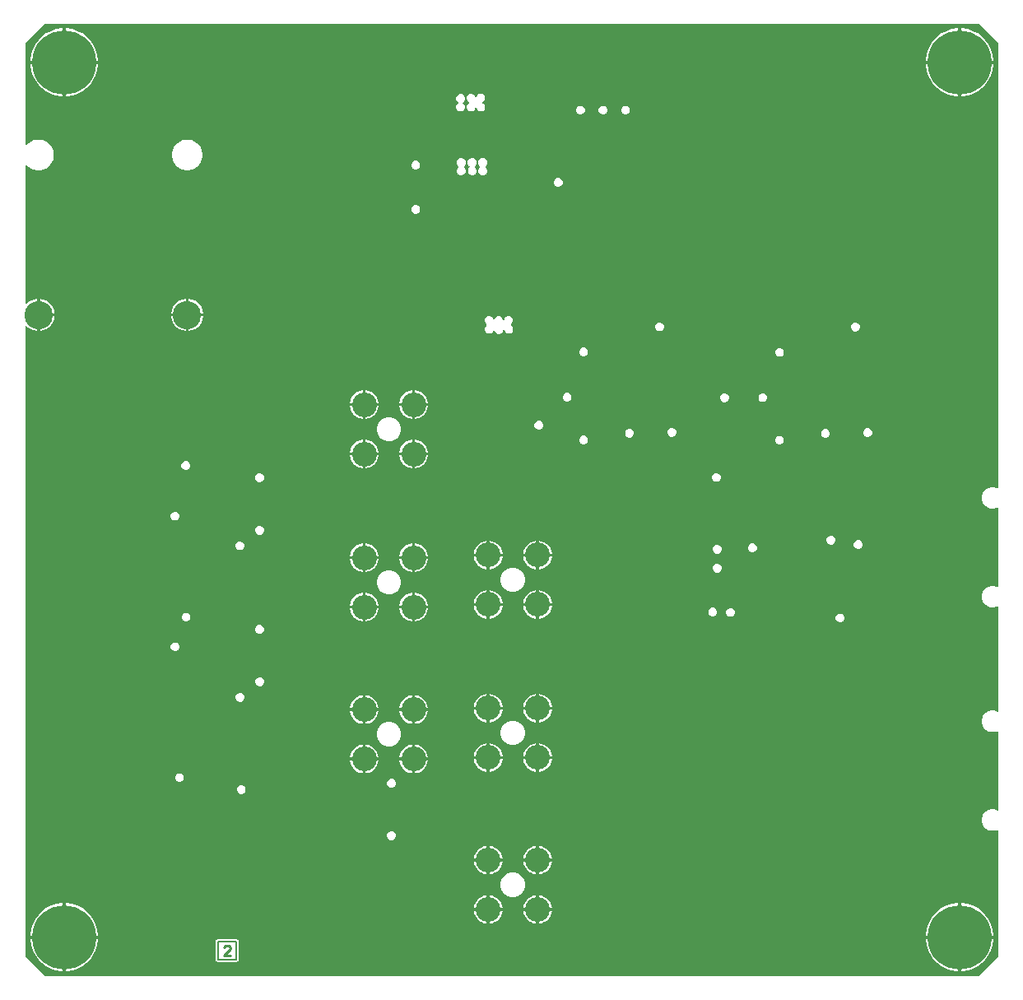
<source format=gbr>
G04*
G04 #@! TF.GenerationSoftware,Altium Limited,Altium Designer,23.7.1 (13)*
G04*
G04 Layer_Physical_Order=2*
G04 Layer_Color=36540*
%FSAX43Y43*%
%MOMM*%
G71*
G04*
G04 #@! TF.SameCoordinates,32F7D0E7-751F-4841-97B5-8499A226923E*
G04*
G04*
G04 #@! TF.FilePolarity,Positive*
G04*
G01*
G75*
%ADD10C,0.254*%
%ADD12C,0.200*%
%ADD41C,2.550*%
%ADD43C,2.910*%
%ADD57C,6.600*%
%ADD58C,0.650*%
G36*
X0099000Y0099000D02*
X0101000Y0097000D01*
Y0094180D01*
Y0093656D01*
Y0091706D01*
Y0091415D01*
Y0089985D01*
Y0086994D01*
Y0085147D01*
Y0084468D01*
Y0083100D01*
Y0082395D01*
Y0080325D01*
Y0079494D01*
Y0070616D01*
Y0069508D01*
Y0068335D01*
Y0067325D01*
Y0065625D01*
Y0065290D01*
Y0061112D01*
Y0060640D01*
Y0059375D01*
Y0058659D01*
Y0057747D01*
Y0056600D01*
Y0055424D01*
Y0054295D01*
Y0053435D01*
Y0052390D01*
Y0051270D01*
X0100896Y0051183D01*
X0100800Y0051239D01*
X0100520Y0051314D01*
X0100230D01*
X0099950Y0051239D01*
X0099700Y0051094D01*
X0099495Y0050889D01*
X0099350Y0050639D01*
X0099275Y0050359D01*
Y0050069D01*
X0099350Y0049789D01*
X0099495Y0049539D01*
X0099700Y0049334D01*
X0099950Y0049189D01*
X0100230Y0049114D01*
X0100520D01*
X0100800Y0049189D01*
X0100890Y0049241D01*
X0101000Y0049178D01*
Y0049114D01*
Y0041110D01*
X0100896Y0041023D01*
X0100800Y0041079D01*
X0100520Y0041154D01*
X0100230D01*
X0099950Y0041079D01*
X0099700Y0040934D01*
X0099495Y0040729D01*
X0099350Y0040479D01*
X0099275Y0040199D01*
Y0039909D01*
X0099350Y0039629D01*
X0099495Y0039379D01*
X0099700Y0039174D01*
X0099950Y0039029D01*
X0100230Y0038954D01*
X0100520D01*
X0100800Y0039029D01*
X0100890Y0039081D01*
X0101000Y0039018D01*
Y0028250D01*
X0100890Y0028187D01*
X0100800Y0028239D01*
X0100520Y0028314D01*
X0100230D01*
X0099950Y0028239D01*
X0099700Y0028094D01*
X0099495Y0027889D01*
X0099350Y0027639D01*
X0099275Y0027359D01*
Y0027069D01*
X0099350Y0026789D01*
X0099495Y0026539D01*
X0099700Y0026334D01*
X0099950Y0026189D01*
X0100230Y0026114D01*
X0100520D01*
X0100800Y0026189D01*
X0100890Y0026241D01*
X0101000Y0026178D01*
Y0018090D01*
X0100890Y0018027D01*
X0100800Y0018079D01*
X0100520Y0018154D01*
X0100230D01*
X0099950Y0018079D01*
X0099700Y0017934D01*
X0099495Y0017729D01*
X0099350Y0017479D01*
X0099275Y0017199D01*
Y0016909D01*
X0099350Y0016629D01*
X0099495Y0016379D01*
X0099700Y0016174D01*
X0099950Y0016029D01*
X0100230Y0015954D01*
X0100520D01*
X0100800Y0016029D01*
X0100890Y0016081D01*
X0101000Y0016018D01*
Y0015069D01*
Y0009918D01*
Y0009167D01*
Y0003000D01*
X0099000Y0001000D01*
X0002900D01*
X0000900Y0003000D01*
Y0067855D01*
X0001027Y0067908D01*
X0001195Y0067740D01*
X0001466Y0067558D01*
X0001767Y0067434D01*
X0002087Y0067370D01*
X0002100D01*
Y0069025D01*
Y0070680D01*
X0002087D01*
X0001767Y0070616D01*
X0001466Y0070492D01*
X0001195Y0070311D01*
X0001027Y0070143D01*
X0000900Y0070195D01*
Y0084433D01*
X0000997Y0084462D01*
X0001027Y0084464D01*
X0001243Y0084248D01*
X0001502Y0084075D01*
X0001789Y0083956D01*
X0002094Y0083895D01*
X0002406D01*
X0002711Y0083956D01*
X0002998Y0084075D01*
X0003257Y0084248D01*
X0003477Y0084468D01*
X0003650Y0084727D01*
X0003769Y0085014D01*
X0003830Y0085319D01*
Y0085631D01*
X0003769Y0085936D01*
X0003650Y0086223D01*
X0003477Y0086482D01*
X0003257Y0086702D01*
X0002998Y0086875D01*
X0002711Y0086994D01*
X0002406Y0087055D01*
X0002094D01*
X0001789Y0086994D01*
X0001502Y0086875D01*
X0001243Y0086702D01*
X0001027Y0086486D01*
X0000997Y0086488D01*
X0000900Y0086517D01*
Y0097000D01*
X0002900Y0099000D01*
X0099000Y0099000D01*
D02*
G37*
%LPC*%
G36*
X0097275Y0098500D02*
X0097150D01*
Y0095150D01*
X0100500D01*
Y0095275D01*
X0100414Y0095820D01*
X0100244Y0096344D01*
X0099993Y0096834D01*
X0099670Y0097280D01*
X0099280Y0097670D01*
X0098834Y0097993D01*
X0098344Y0098244D01*
X0097820Y0098414D01*
X0097275Y0098500D01*
D02*
G37*
G36*
X0096850D02*
X0096725D01*
X0096180Y0098414D01*
X0095656Y0098244D01*
X0095166Y0097993D01*
X0094720Y0097670D01*
X0094330Y0097280D01*
X0094007Y0096834D01*
X0093756Y0096344D01*
X0093586Y0095820D01*
X0093500Y0095275D01*
Y0095150D01*
X0096850D01*
Y0098500D01*
D02*
G37*
G36*
X0005175D02*
X0005050D01*
Y0095150D01*
X0008400D01*
Y0095275D01*
X0008314Y0095820D01*
X0008144Y0096344D01*
X0007893Y0096834D01*
X0007570Y0097280D01*
X0007180Y0097670D01*
X0006734Y0097993D01*
X0006244Y0098244D01*
X0005720Y0098414D01*
X0005175Y0098500D01*
D02*
G37*
G36*
X0004750D02*
X0004625D01*
X0004080Y0098414D01*
X0003556Y0098244D01*
X0003066Y0097993D01*
X0002620Y0097670D01*
X0002230Y0097280D01*
X0001907Y0096834D01*
X0001656Y0096344D01*
X0001486Y0095820D01*
X0001400Y0095275D01*
Y0095150D01*
X0004750D01*
Y0098500D01*
D02*
G37*
G36*
X0100500Y0094850D02*
X0097150D01*
Y0091500D01*
X0097275D01*
X0097820Y0091586D01*
X0098344Y0091756D01*
X0098834Y0092007D01*
X0099280Y0092330D01*
X0099670Y0092720D01*
X0099993Y0093166D01*
X0100244Y0093656D01*
X0100414Y0094180D01*
X0100500Y0094725D01*
Y0094850D01*
D02*
G37*
G36*
X0096850D02*
X0093500D01*
Y0094725D01*
X0093586Y0094180D01*
X0093756Y0093656D01*
X0094007Y0093166D01*
X0094330Y0092720D01*
X0094720Y0092330D01*
X0095166Y0092007D01*
X0095656Y0091756D01*
X0096180Y0091586D01*
X0096725Y0091500D01*
X0096850D01*
Y0094850D01*
D02*
G37*
G36*
X0008400D02*
X0005050D01*
Y0091500D01*
X0005175D01*
X0005720Y0091586D01*
X0006244Y0091756D01*
X0006734Y0092007D01*
X0007180Y0092330D01*
X0007570Y0092720D01*
X0007893Y0093166D01*
X0008144Y0093656D01*
X0008314Y0094180D01*
X0008400Y0094725D01*
Y0094850D01*
D02*
G37*
G36*
X0004750D02*
X0001400D01*
Y0094725D01*
X0001486Y0094180D01*
X0001656Y0093656D01*
X0001907Y0093166D01*
X0002230Y0092720D01*
X0002620Y0092330D01*
X0003066Y0092007D01*
X0003556Y0091756D01*
X0004080Y0091586D01*
X0004625Y0091500D01*
X0004750D01*
Y0094850D01*
D02*
G37*
G36*
X0047840Y0091800D02*
X0047660D01*
X0047495Y0091731D01*
X0047368Y0091605D01*
X0047314Y0091472D01*
X0047193Y0091458D01*
X0047181Y0091460D01*
X0047131Y0091580D01*
X0047005Y0091706D01*
X0046840Y0091775D01*
X0046660D01*
X0046495Y0091706D01*
X0046368Y0091580D01*
X0046300Y0091415D01*
Y0091235D01*
X0046368Y0091070D01*
X0046495Y0090943D01*
X0046512Y0090936D01*
Y0090799D01*
X0046470Y0090781D01*
X0046344Y0090655D01*
X0046275Y0090490D01*
Y0090310D01*
X0046344Y0090145D01*
X0046470Y0090019D01*
X0046635Y0089950D01*
X0046815D01*
X0046980Y0090019D01*
X0047106Y0090145D01*
X0047175Y0090310D01*
X0047300D01*
X0047369Y0090145D01*
X0047495Y0090019D01*
X0047660Y0089950D01*
X0047840D01*
X0048005Y0090019D01*
X0048131Y0090145D01*
X0048200Y0090310D01*
Y0090490D01*
X0048131Y0090655D01*
X0048005Y0090781D01*
X0047945Y0090806D01*
Y0090944D01*
X0048005Y0090968D01*
X0048131Y0091095D01*
X0048200Y0091260D01*
Y0091440D01*
X0048131Y0091605D01*
X0048005Y0091731D01*
X0047840Y0091800D01*
D02*
G37*
G36*
X0045765Y0091750D02*
X0045585D01*
X0045420Y0091681D01*
X0045293Y0091555D01*
X0045225Y0091390D01*
Y0091210D01*
X0045293Y0091045D01*
X0045412Y0090926D01*
X0045415Y0090871D01*
X0045407Y0090786D01*
X0045395Y0090781D01*
X0045269Y0090655D01*
X0045200Y0090490D01*
Y0090310D01*
X0045269Y0090145D01*
X0045395Y0090019D01*
X0045560Y0089950D01*
X0045740D01*
X0045905Y0090019D01*
X0046031Y0090145D01*
X0046100Y0090310D01*
Y0090490D01*
X0046031Y0090655D01*
X0045913Y0090774D01*
X0045910Y0090829D01*
X0045918Y0090914D01*
X0045930Y0090919D01*
X0046056Y0091045D01*
X0046125Y0091210D01*
Y0091390D01*
X0046056Y0091555D01*
X0045930Y0091681D01*
X0045765Y0091750D01*
D02*
G37*
G36*
X0062740Y0090525D02*
X0062560D01*
X0062395Y0090456D01*
X0062269Y0090330D01*
X0062200Y0090165D01*
Y0089985D01*
X0062269Y0089820D01*
X0062395Y0089694D01*
X0062560Y0089625D01*
X0062740D01*
X0062905Y0089694D01*
X0063031Y0089820D01*
X0063100Y0089985D01*
Y0090165D01*
X0063031Y0090330D01*
X0062905Y0090456D01*
X0062740Y0090525D01*
D02*
G37*
G36*
X0060415D02*
X0060235D01*
X0060070Y0090456D01*
X0059944Y0090330D01*
X0059875Y0090165D01*
Y0089985D01*
X0059944Y0089820D01*
X0060070Y0089694D01*
X0060235Y0089625D01*
X0060415D01*
X0060580Y0089694D01*
X0060706Y0089820D01*
X0060775Y0089985D01*
Y0090165D01*
X0060706Y0090330D01*
X0060580Y0090456D01*
X0060415Y0090525D01*
D02*
G37*
G36*
X0058090D02*
X0057910D01*
X0057745Y0090456D01*
X0057619Y0090330D01*
X0057550Y0090165D01*
Y0089985D01*
X0057619Y0089820D01*
X0057745Y0089694D01*
X0057910Y0089625D01*
X0058090D01*
X0058255Y0089694D01*
X0058381Y0089820D01*
X0058450Y0089985D01*
Y0090165D01*
X0058381Y0090330D01*
X0058255Y0090456D01*
X0058090Y0090525D01*
D02*
G37*
G36*
X0041140Y0084875D02*
X0040960D01*
X0040795Y0084806D01*
X0040669Y0084680D01*
X0040600Y0084515D01*
Y0084335D01*
X0040669Y0084170D01*
X0040795Y0084044D01*
X0040960Y0083975D01*
X0041140D01*
X0041305Y0084044D01*
X0041431Y0084170D01*
X0041500Y0084335D01*
Y0084515D01*
X0041431Y0084680D01*
X0041305Y0084806D01*
X0041140Y0084875D01*
D02*
G37*
G36*
X0017706Y0087055D02*
X0017394D01*
X0017089Y0086994D01*
X0016802Y0086875D01*
X0016543Y0086702D01*
X0016323Y0086482D01*
X0016150Y0086223D01*
X0016031Y0085936D01*
X0015970Y0085631D01*
Y0085319D01*
X0016031Y0085014D01*
X0016150Y0084727D01*
X0016323Y0084468D01*
X0016543Y0084248D01*
X0016802Y0084075D01*
X0017089Y0083956D01*
X0017394Y0083895D01*
X0017706D01*
X0018011Y0083956D01*
X0018298Y0084075D01*
X0018557Y0084248D01*
X0018777Y0084468D01*
X0018950Y0084727D01*
X0019069Y0085014D01*
X0019130Y0085319D01*
Y0085631D01*
X0019069Y0085936D01*
X0018950Y0086223D01*
X0018777Y0086482D01*
X0018557Y0086702D01*
X0018298Y0086875D01*
X0018011Y0086994D01*
X0017706Y0087055D01*
D02*
G37*
G36*
X0048036Y0085147D02*
X0047857D01*
X0047692Y0085079D01*
X0047565Y0084952D01*
X0047497Y0084787D01*
Y0084608D01*
X0047565Y0084443D01*
X0047655Y0084352D01*
X0047680Y0084276D01*
X0047657Y0084193D01*
X0047569Y0084105D01*
X0047500Y0083940D01*
Y0083760D01*
X0047569Y0083595D01*
X0047695Y0083469D01*
X0047860Y0083400D01*
X0048040D01*
X0048205Y0083469D01*
X0048331Y0083595D01*
X0048400Y0083760D01*
Y0083940D01*
X0048331Y0084105D01*
X0048241Y0084195D01*
X0048216Y0084271D01*
X0048240Y0084354D01*
X0048328Y0084443D01*
X0048397Y0084608D01*
Y0084787D01*
X0048328Y0084952D01*
X0048202Y0085079D01*
X0048036Y0085147D01*
D02*
G37*
G36*
X0046961D02*
X0046782D01*
X0046617Y0085079D01*
X0046490Y0084952D01*
X0046422Y0084787D01*
Y0084608D01*
X0046490Y0084443D01*
X0046580Y0084352D01*
X0046605Y0084276D01*
X0046582Y0084193D01*
X0046494Y0084105D01*
X0046425Y0083940D01*
Y0083760D01*
X0046494Y0083595D01*
X0046620Y0083469D01*
X0046785Y0083400D01*
X0046965D01*
X0047130Y0083469D01*
X0047256Y0083595D01*
X0047325Y0083760D01*
Y0083940D01*
X0047256Y0084105D01*
X0047166Y0084195D01*
X0047141Y0084271D01*
X0047165Y0084354D01*
X0047253Y0084443D01*
X0047322Y0084608D01*
Y0084787D01*
X0047253Y0084952D01*
X0047127Y0085079D01*
X0046961Y0085147D01*
D02*
G37*
G36*
X0045811D02*
X0045632D01*
X0045467Y0085079D01*
X0045340Y0084952D01*
X0045272Y0084787D01*
Y0084608D01*
X0045340Y0084443D01*
X0045430Y0084352D01*
X0045455Y0084276D01*
X0045432Y0084193D01*
X0045344Y0084105D01*
X0045275Y0083940D01*
Y0083760D01*
X0045344Y0083595D01*
X0045470Y0083469D01*
X0045635Y0083400D01*
X0045815D01*
X0045980Y0083469D01*
X0046106Y0083595D01*
X0046175Y0083760D01*
Y0083940D01*
X0046106Y0084105D01*
X0046016Y0084195D01*
X0045991Y0084271D01*
X0046015Y0084354D01*
X0046103Y0084443D01*
X0046172Y0084608D01*
Y0084787D01*
X0046103Y0084952D01*
X0045977Y0085079D01*
X0045811Y0085147D01*
D02*
G37*
G36*
X0055801Y0083100D02*
X0055622D01*
X0055456Y0083031D01*
X0055330Y0082905D01*
X0055261Y0082740D01*
Y0082560D01*
X0055330Y0082395D01*
X0055456Y0082269D01*
X0055622Y0082200D01*
X0055801D01*
X0055966Y0082269D01*
X0056093Y0082395D01*
X0056161Y0082560D01*
Y0082740D01*
X0056093Y0082905D01*
X0055966Y0083031D01*
X0055801Y0083100D01*
D02*
G37*
G36*
X0041140Y0080325D02*
X0040960D01*
X0040795Y0080256D01*
X0040669Y0080130D01*
X0040600Y0079965D01*
Y0079785D01*
X0040669Y0079620D01*
X0040795Y0079494D01*
X0040960Y0079425D01*
X0041140D01*
X0041305Y0079494D01*
X0041431Y0079620D01*
X0041500Y0079785D01*
Y0079965D01*
X0041431Y0080130D01*
X0041305Y0080256D01*
X0041140Y0080325D01*
D02*
G37*
G36*
X0017713Y0070680D02*
X0017700D01*
Y0069175D01*
X0019205D01*
Y0069188D01*
X0019141Y0069508D01*
X0019017Y0069809D01*
X0018836Y0070080D01*
X0018605Y0070311D01*
X0018334Y0070492D01*
X0018033Y0070616D01*
X0017713Y0070680D01*
D02*
G37*
G36*
X0002413D02*
X0002400D01*
Y0069175D01*
X0003905D01*
Y0069188D01*
X0003841Y0069508D01*
X0003717Y0069809D01*
X0003536Y0070080D01*
X0003305Y0070311D01*
X0003034Y0070492D01*
X0002733Y0070616D01*
X0002413Y0070680D01*
D02*
G37*
G36*
X0017400D02*
X0017387D01*
X0017067Y0070616D01*
X0016766Y0070492D01*
X0016495Y0070311D01*
X0016264Y0070080D01*
X0016083Y0069809D01*
X0015959Y0069508D01*
X0015895Y0069188D01*
Y0069175D01*
X0017400D01*
Y0070680D01*
D02*
G37*
G36*
X0050690Y0068900D02*
X0050510D01*
X0050345Y0068831D01*
X0050219Y0068705D01*
X0050150Y0068540D01*
Y0068519D01*
X0050025Y0068515D01*
X0049956Y0068680D01*
X0049830Y0068806D01*
X0049665Y0068875D01*
X0049485D01*
X0049320Y0068806D01*
X0049194Y0068680D01*
X0049161Y0068602D01*
X0049024D01*
X0048981Y0068705D01*
X0048855Y0068831D01*
X0048690Y0068900D01*
X0048510D01*
X0048345Y0068831D01*
X0048219Y0068705D01*
X0048150Y0068540D01*
Y0068360D01*
X0048219Y0068195D01*
X0048345Y0068069D01*
X0048357Y0068064D01*
X0048365Y0067979D01*
X0048362Y0067924D01*
X0048244Y0067805D01*
X0048175Y0067640D01*
Y0067460D01*
X0048244Y0067295D01*
X0048370Y0067169D01*
X0048535Y0067100D01*
X0048715D01*
X0048880Y0067169D01*
X0049006Y0067295D01*
X0049039Y0067373D01*
X0049176D01*
X0049218Y0067270D01*
X0049345Y0067144D01*
X0049510Y0067075D01*
X0049690D01*
X0049855Y0067144D01*
X0049981Y0067270D01*
X0050050Y0067435D01*
Y0067456D01*
X0050175Y0067460D01*
X0050244Y0067295D01*
X0050370Y0067169D01*
X0050535Y0067100D01*
X0050715D01*
X0050880Y0067169D01*
X0051006Y0067295D01*
X0051075Y0067460D01*
Y0067640D01*
X0051006Y0067805D01*
X0050880Y0067931D01*
X0050868Y0067936D01*
X0050860Y0068021D01*
X0050863Y0068076D01*
X0050981Y0068195D01*
X0051050Y0068360D01*
Y0068540D01*
X0050981Y0068705D01*
X0050855Y0068831D01*
X0050690Y0068900D01*
D02*
G37*
G36*
X0019205Y0068875D02*
X0017700D01*
Y0067370D01*
X0017713D01*
X0018033Y0067434D01*
X0018334Y0067558D01*
X0018605Y0067740D01*
X0018836Y0067970D01*
X0019017Y0068241D01*
X0019141Y0068542D01*
X0019205Y0068862D01*
Y0068875D01*
D02*
G37*
G36*
X0017400D02*
X0015895D01*
Y0068862D01*
X0015959Y0068542D01*
X0016083Y0068241D01*
X0016264Y0067970D01*
X0016495Y0067740D01*
X0016766Y0067558D01*
X0017067Y0067434D01*
X0017387Y0067370D01*
X0017400D01*
Y0068875D01*
D02*
G37*
G36*
X0003905D02*
X0002400D01*
Y0067370D01*
X0002413D01*
X0002733Y0067434D01*
X0003034Y0067558D01*
X0003305Y0067740D01*
X0003536Y0067970D01*
X0003717Y0068241D01*
X0003841Y0068542D01*
X0003905Y0068862D01*
Y0068875D01*
D02*
G37*
G36*
X0066215Y0068250D02*
X0066035D01*
X0065870Y0068181D01*
X0065743Y0068055D01*
X0065675Y0067890D01*
Y0067710D01*
X0065743Y0067545D01*
X0065870Y0067419D01*
X0066035Y0067350D01*
X0066215D01*
X0066380Y0067419D01*
X0066506Y0067545D01*
X0066575Y0067710D01*
Y0067890D01*
X0066506Y0068055D01*
X0066380Y0068181D01*
X0066215Y0068250D01*
D02*
G37*
G36*
X0086365Y0068225D02*
X0086185D01*
X0086020Y0068156D01*
X0085894Y0068030D01*
X0085825Y0067865D01*
Y0067685D01*
X0085894Y0067520D01*
X0086020Y0067394D01*
X0086185Y0067325D01*
X0086365D01*
X0086530Y0067394D01*
X0086656Y0067520D01*
X0086725Y0067685D01*
Y0067865D01*
X0086656Y0068030D01*
X0086530Y0068156D01*
X0086365Y0068225D01*
D02*
G37*
G36*
X0058415Y0065650D02*
X0058235D01*
X0058070Y0065581D01*
X0057944Y0065455D01*
X0057875Y0065290D01*
Y0065110D01*
X0057944Y0064945D01*
X0058070Y0064819D01*
X0058235Y0064750D01*
X0058415D01*
X0058580Y0064819D01*
X0058706Y0064945D01*
X0058775Y0065110D01*
Y0065290D01*
X0058706Y0065455D01*
X0058580Y0065581D01*
X0058415Y0065650D01*
D02*
G37*
G36*
X0078565Y0065625D02*
X0078385D01*
X0078220Y0065556D01*
X0078094Y0065430D01*
X0078025Y0065265D01*
Y0065085D01*
X0078094Y0064920D01*
X0078220Y0064794D01*
X0078385Y0064725D01*
X0078565D01*
X0078730Y0064794D01*
X0078856Y0064920D01*
X0078925Y0065085D01*
Y0065265D01*
X0078856Y0065430D01*
X0078730Y0065556D01*
X0078565Y0065625D01*
D02*
G37*
G36*
X0056715Y0061000D02*
X0056535D01*
X0056370Y0060931D01*
X0056244Y0060805D01*
X0056175Y0060640D01*
Y0060460D01*
X0056244Y0060295D01*
X0056370Y0060169D01*
X0056535Y0060100D01*
X0056715D01*
X0056880Y0060169D01*
X0057006Y0060295D01*
X0057075Y0060460D01*
Y0060640D01*
X0057006Y0060805D01*
X0056880Y0060931D01*
X0056715Y0061000D01*
D02*
G37*
G36*
X0076865Y0060975D02*
X0076685D01*
X0076520Y0060906D01*
X0076394Y0060780D01*
X0076325Y0060615D01*
Y0060435D01*
X0076394Y0060270D01*
X0076520Y0060144D01*
X0076685Y0060075D01*
X0076865D01*
X0077030Y0060144D01*
X0077156Y0060270D01*
X0077225Y0060435D01*
Y0060615D01*
X0077156Y0060780D01*
X0077030Y0060906D01*
X0076865Y0060975D01*
D02*
G37*
G36*
X0072915Y0060950D02*
X0072735D01*
X0072570Y0060881D01*
X0072444Y0060755D01*
X0072375Y0060590D01*
Y0060410D01*
X0072444Y0060245D01*
X0072570Y0060119D01*
X0072735Y0060050D01*
X0072915D01*
X0073080Y0060119D01*
X0073206Y0060245D01*
X0073275Y0060410D01*
Y0060590D01*
X0073206Y0060755D01*
X0073080Y0060881D01*
X0072915Y0060950D01*
D02*
G37*
G36*
X0040990Y0061279D02*
Y0059955D01*
X0042314D01*
X0042258Y0060235D01*
X0042147Y0060504D01*
X0041986Y0060745D01*
X0041780Y0060951D01*
X0041539Y0061112D01*
X0041270Y0061223D01*
X0040990Y0061279D01*
D02*
G37*
G36*
X0040690D02*
X0040410Y0061223D01*
X0040141Y0061112D01*
X0039900Y0060951D01*
X0039694Y0060745D01*
X0039533Y0060504D01*
X0039422Y0060235D01*
X0039366Y0059955D01*
X0040690D01*
Y0061279D01*
D02*
G37*
G36*
X0035910D02*
Y0059955D01*
X0037234D01*
X0037178Y0060235D01*
X0037067Y0060504D01*
X0036906Y0060745D01*
X0036700Y0060951D01*
X0036459Y0061112D01*
X0036190Y0061223D01*
X0035910Y0061279D01*
D02*
G37*
G36*
X0035610D02*
X0035330Y0061223D01*
X0035061Y0061112D01*
X0034820Y0060951D01*
X0034614Y0060745D01*
X0034453Y0060504D01*
X0034342Y0060235D01*
X0034286Y0059955D01*
X0035610D01*
Y0061279D01*
D02*
G37*
G36*
X0042314Y0059655D02*
X0040990D01*
Y0058331D01*
X0041270Y0058387D01*
X0041539Y0058498D01*
X0041780Y0058659D01*
X0041986Y0058865D01*
X0042147Y0059106D01*
X0042258Y0059375D01*
X0042314Y0059655D01*
D02*
G37*
G36*
X0040690D02*
X0039366D01*
X0039422Y0059375D01*
X0039533Y0059106D01*
X0039694Y0058865D01*
X0039900Y0058659D01*
X0040141Y0058498D01*
X0040410Y0058387D01*
X0040690Y0058331D01*
Y0059655D01*
D02*
G37*
G36*
X0037234D02*
X0035910D01*
Y0058331D01*
X0036190Y0058387D01*
X0036459Y0058498D01*
X0036700Y0058659D01*
X0036906Y0058865D01*
X0037067Y0059106D01*
X0037178Y0059375D01*
X0037234Y0059655D01*
D02*
G37*
G36*
X0035610D02*
X0034286D01*
X0034342Y0059375D01*
X0034453Y0059106D01*
X0034614Y0058865D01*
X0034820Y0058659D01*
X0035061Y0058498D01*
X0035330Y0058387D01*
X0035610Y0058331D01*
Y0059655D01*
D02*
G37*
G36*
X0053815Y0058125D02*
X0053635D01*
X0053470Y0058056D01*
X0053344Y0057930D01*
X0053275Y0057765D01*
Y0057585D01*
X0053344Y0057420D01*
X0053470Y0057294D01*
X0053635Y0057225D01*
X0053815D01*
X0053980Y0057294D01*
X0054106Y0057420D01*
X0054175Y0057585D01*
Y0057765D01*
X0054106Y0057930D01*
X0053980Y0058056D01*
X0053815Y0058125D01*
D02*
G37*
G36*
X0067490Y0057400D02*
X0067310D01*
X0067145Y0057331D01*
X0067019Y0057205D01*
X0066950Y0057040D01*
Y0056860D01*
X0067019Y0056695D01*
X0067145Y0056569D01*
X0067310Y0056500D01*
X0067490D01*
X0067655Y0056569D01*
X0067781Y0056695D01*
X0067850Y0056860D01*
Y0057040D01*
X0067781Y0057205D01*
X0067655Y0057331D01*
X0067490Y0057400D01*
D02*
G37*
G36*
X0087640Y0057375D02*
X0087460D01*
X0087295Y0057306D01*
X0087169Y0057180D01*
X0087100Y0057015D01*
Y0056835D01*
X0087169Y0056670D01*
X0087295Y0056544D01*
X0087460Y0056475D01*
X0087640D01*
X0087805Y0056544D01*
X0087931Y0056670D01*
X0088000Y0056835D01*
Y0057015D01*
X0087931Y0057180D01*
X0087805Y0057306D01*
X0087640Y0057375D01*
D02*
G37*
G36*
X0063140Y0057300D02*
X0062960D01*
X0062795Y0057231D01*
X0062669Y0057105D01*
X0062600Y0056940D01*
Y0056760D01*
X0062669Y0056595D01*
X0062795Y0056469D01*
X0062960Y0056400D01*
X0063140D01*
X0063305Y0056469D01*
X0063431Y0056595D01*
X0063500Y0056760D01*
Y0056940D01*
X0063431Y0057105D01*
X0063305Y0057231D01*
X0063140Y0057300D01*
D02*
G37*
G36*
X0083290Y0057275D02*
X0083110D01*
X0082945Y0057206D01*
X0082819Y0057080D01*
X0082750Y0056915D01*
Y0056735D01*
X0082819Y0056570D01*
X0082945Y0056444D01*
X0083110Y0056375D01*
X0083290D01*
X0083455Y0056444D01*
X0083581Y0056570D01*
X0083650Y0056735D01*
Y0056915D01*
X0083581Y0057080D01*
X0083455Y0057206D01*
X0083290Y0057275D01*
D02*
G37*
G36*
X0038465Y0058515D02*
X0038135D01*
X0037818Y0058430D01*
X0037532Y0058265D01*
X0037300Y0058033D01*
X0037135Y0057747D01*
X0037050Y0057430D01*
Y0057100D01*
X0037135Y0056783D01*
X0037300Y0056497D01*
X0037532Y0056265D01*
X0037818Y0056100D01*
X0038135Y0056015D01*
X0038465D01*
X0038782Y0056100D01*
X0039068Y0056265D01*
X0039300Y0056497D01*
X0039465Y0056783D01*
X0039550Y0057100D01*
Y0057430D01*
X0039465Y0057747D01*
X0039300Y0058033D01*
X0039068Y0058265D01*
X0038782Y0058430D01*
X0038465Y0058515D01*
D02*
G37*
G36*
X0058415Y0056600D02*
X0058235D01*
X0058070Y0056531D01*
X0057944Y0056405D01*
X0057875Y0056240D01*
Y0056060D01*
X0057944Y0055895D01*
X0058070Y0055769D01*
X0058235Y0055700D01*
X0058415D01*
X0058580Y0055769D01*
X0058706Y0055895D01*
X0058775Y0056060D01*
Y0056240D01*
X0058706Y0056405D01*
X0058580Y0056531D01*
X0058415Y0056600D01*
D02*
G37*
G36*
X0078565Y0056575D02*
X0078385D01*
X0078220Y0056506D01*
X0078094Y0056380D01*
X0078025Y0056215D01*
Y0056035D01*
X0078094Y0055870D01*
X0078220Y0055744D01*
X0078385Y0055675D01*
X0078565D01*
X0078730Y0055744D01*
X0078856Y0055870D01*
X0078925Y0056035D01*
Y0056215D01*
X0078856Y0056380D01*
X0078730Y0056506D01*
X0078565Y0056575D01*
D02*
G37*
G36*
X0040990Y0056199D02*
Y0054875D01*
X0042314D01*
X0042258Y0055155D01*
X0042147Y0055424D01*
X0041986Y0055665D01*
X0041780Y0055871D01*
X0041539Y0056032D01*
X0041270Y0056143D01*
X0040990Y0056199D01*
D02*
G37*
G36*
X0040690D02*
X0040410Y0056143D01*
X0040141Y0056032D01*
X0039900Y0055871D01*
X0039694Y0055665D01*
X0039533Y0055424D01*
X0039422Y0055155D01*
X0039366Y0054875D01*
X0040690D01*
Y0056199D01*
D02*
G37*
G36*
X0035910D02*
Y0054875D01*
X0037234D01*
X0037178Y0055155D01*
X0037067Y0055424D01*
X0036906Y0055665D01*
X0036700Y0055871D01*
X0036459Y0056032D01*
X0036190Y0056143D01*
X0035910Y0056199D01*
D02*
G37*
G36*
X0035610D02*
X0035330Y0056143D01*
X0035061Y0056032D01*
X0034820Y0055871D01*
X0034614Y0055665D01*
X0034453Y0055424D01*
X0034342Y0055155D01*
X0034286Y0054875D01*
X0035610D01*
Y0056199D01*
D02*
G37*
G36*
X0042314Y0054575D02*
X0040990D01*
Y0053251D01*
X0041270Y0053307D01*
X0041539Y0053418D01*
X0041780Y0053579D01*
X0041986Y0053785D01*
X0042147Y0054026D01*
X0042258Y0054295D01*
X0042314Y0054575D01*
D02*
G37*
G36*
X0040690D02*
X0039366D01*
X0039422Y0054295D01*
X0039533Y0054026D01*
X0039694Y0053785D01*
X0039900Y0053579D01*
X0040141Y0053418D01*
X0040410Y0053307D01*
X0040690Y0053251D01*
Y0054575D01*
D02*
G37*
G36*
X0037234D02*
X0035910D01*
Y0053251D01*
X0036190Y0053307D01*
X0036459Y0053418D01*
X0036700Y0053579D01*
X0036906Y0053785D01*
X0037067Y0054026D01*
X0037178Y0054295D01*
X0037234Y0054575D01*
D02*
G37*
G36*
X0035610D02*
X0034286D01*
X0034342Y0054295D01*
X0034453Y0054026D01*
X0034614Y0053785D01*
X0034820Y0053579D01*
X0035061Y0053418D01*
X0035330Y0053307D01*
X0035610Y0053251D01*
Y0054575D01*
D02*
G37*
G36*
X0017490Y0053975D02*
X0017310D01*
X0017145Y0053906D01*
X0017019Y0053780D01*
X0016950Y0053615D01*
Y0053435D01*
X0017019Y0053270D01*
X0017145Y0053144D01*
X0017310Y0053075D01*
X0017490D01*
X0017655Y0053144D01*
X0017781Y0053270D01*
X0017850Y0053435D01*
Y0053615D01*
X0017781Y0053780D01*
X0017655Y0053906D01*
X0017490Y0053975D01*
D02*
G37*
G36*
X0072065Y0052750D02*
X0071885D01*
X0071720Y0052681D01*
X0071594Y0052555D01*
X0071525Y0052390D01*
Y0052210D01*
X0071594Y0052045D01*
X0071720Y0051919D01*
X0071885Y0051850D01*
X0072065D01*
X0072230Y0051919D01*
X0072356Y0052045D01*
X0072425Y0052210D01*
Y0052390D01*
X0072356Y0052555D01*
X0072230Y0052681D01*
X0072065Y0052750D01*
D02*
G37*
G36*
X0025065Y0052725D02*
X0024885D01*
X0024720Y0052656D01*
X0024594Y0052530D01*
X0024525Y0052365D01*
Y0052185D01*
X0024594Y0052020D01*
X0024720Y0051894D01*
X0024885Y0051825D01*
X0025065D01*
X0025230Y0051894D01*
X0025356Y0052020D01*
X0025425Y0052185D01*
Y0052365D01*
X0025356Y0052530D01*
X0025230Y0052656D01*
X0025065Y0052725D01*
D02*
G37*
G36*
X0016390Y0048775D02*
X0016210D01*
X0016045Y0048706D01*
X0015919Y0048580D01*
X0015850Y0048415D01*
Y0048235D01*
X0015919Y0048070D01*
X0016045Y0047944D01*
X0016210Y0047875D01*
X0016390D01*
X0016555Y0047944D01*
X0016681Y0048070D01*
X0016750Y0048235D01*
Y0048415D01*
X0016681Y0048580D01*
X0016555Y0048706D01*
X0016390Y0048775D01*
D02*
G37*
G36*
X0025090Y0047325D02*
X0024910D01*
X0024745Y0047256D01*
X0024619Y0047130D01*
X0024550Y0046965D01*
Y0046785D01*
X0024619Y0046620D01*
X0024745Y0046494D01*
X0024910Y0046425D01*
X0025090D01*
X0025255Y0046494D01*
X0025381Y0046620D01*
X0025450Y0046785D01*
Y0046965D01*
X0025381Y0047130D01*
X0025255Y0047256D01*
X0025090Y0047325D01*
D02*
G37*
G36*
X0083865Y0046300D02*
X0083685D01*
X0083520Y0046231D01*
X0083394Y0046105D01*
X0083325Y0045940D01*
Y0045760D01*
X0083394Y0045595D01*
X0083520Y0045469D01*
X0083685Y0045400D01*
X0083865D01*
X0084030Y0045469D01*
X0084156Y0045595D01*
X0084225Y0045760D01*
Y0045940D01*
X0084156Y0046105D01*
X0084030Y0046231D01*
X0083865Y0046300D01*
D02*
G37*
G36*
X0086665Y0045850D02*
X0086485D01*
X0086320Y0045781D01*
X0086194Y0045655D01*
X0086125Y0045490D01*
Y0045310D01*
X0086194Y0045145D01*
X0086320Y0045019D01*
X0086485Y0044950D01*
X0086665D01*
X0086830Y0045019D01*
X0086956Y0045145D01*
X0087025Y0045310D01*
Y0045490D01*
X0086956Y0045655D01*
X0086830Y0045781D01*
X0086665Y0045850D01*
D02*
G37*
G36*
X0023040Y0045725D02*
X0022860D01*
X0022695Y0045656D01*
X0022569Y0045530D01*
X0022500Y0045365D01*
Y0045185D01*
X0022569Y0045020D01*
X0022695Y0044894D01*
X0022860Y0044825D01*
X0023040D01*
X0023205Y0044894D01*
X0023331Y0045020D01*
X0023400Y0045185D01*
Y0045365D01*
X0023331Y0045530D01*
X0023205Y0045656D01*
X0023040Y0045725D01*
D02*
G37*
G36*
X0075790Y0045500D02*
X0075610D01*
X0075445Y0045431D01*
X0075319Y0045305D01*
X0075250Y0045140D01*
Y0044960D01*
X0075319Y0044795D01*
X0075445Y0044669D01*
X0075610Y0044600D01*
X0075790D01*
X0075955Y0044669D01*
X0076081Y0044795D01*
X0076150Y0044960D01*
Y0045140D01*
X0076081Y0045305D01*
X0075955Y0045431D01*
X0075790Y0045500D01*
D02*
G37*
G36*
X0072165Y0045375D02*
X0071985D01*
X0071820Y0045306D01*
X0071694Y0045180D01*
X0071625Y0045015D01*
Y0044835D01*
X0071694Y0044670D01*
X0071820Y0044544D01*
X0071985Y0044475D01*
X0072165D01*
X0072330Y0044544D01*
X0072456Y0044670D01*
X0072525Y0044835D01*
Y0045015D01*
X0072456Y0045180D01*
X0072330Y0045306D01*
X0072165Y0045375D01*
D02*
G37*
G36*
X0053740Y0045789D02*
Y0044465D01*
X0055064D01*
X0055008Y0044745D01*
X0054897Y0045014D01*
X0054736Y0045255D01*
X0054530Y0045461D01*
X0054289Y0045622D01*
X0054020Y0045733D01*
X0053740Y0045789D01*
D02*
G37*
G36*
X0053440D02*
X0053160Y0045733D01*
X0052891Y0045622D01*
X0052650Y0045461D01*
X0052444Y0045255D01*
X0052283Y0045014D01*
X0052172Y0044745D01*
X0052116Y0044465D01*
X0053440D01*
Y0045789D01*
D02*
G37*
G36*
X0048660D02*
Y0044465D01*
X0049984D01*
X0049928Y0044745D01*
X0049817Y0045014D01*
X0049656Y0045255D01*
X0049450Y0045461D01*
X0049209Y0045622D01*
X0048940Y0045733D01*
X0048660Y0045789D01*
D02*
G37*
G36*
X0048360D02*
X0048080Y0045733D01*
X0047811Y0045622D01*
X0047570Y0045461D01*
X0047364Y0045255D01*
X0047203Y0045014D01*
X0047092Y0044745D01*
X0047036Y0044465D01*
X0048360D01*
Y0045789D01*
D02*
G37*
G36*
X0040990Y0045529D02*
Y0044205D01*
X0042314D01*
X0042258Y0044485D01*
X0042147Y0044754D01*
X0041986Y0044995D01*
X0041780Y0045201D01*
X0041539Y0045362D01*
X0041270Y0045473D01*
X0040990Y0045529D01*
D02*
G37*
G36*
X0040690D02*
X0040410Y0045473D01*
X0040141Y0045362D01*
X0039900Y0045201D01*
X0039694Y0044995D01*
X0039533Y0044754D01*
X0039422Y0044485D01*
X0039366Y0044205D01*
X0040690D01*
Y0045529D01*
D02*
G37*
G36*
X0035910D02*
Y0044205D01*
X0037234D01*
X0037178Y0044485D01*
X0037067Y0044754D01*
X0036906Y0044995D01*
X0036700Y0045201D01*
X0036459Y0045362D01*
X0036190Y0045473D01*
X0035910Y0045529D01*
D02*
G37*
G36*
X0035610D02*
X0035330Y0045473D01*
X0035061Y0045362D01*
X0034820Y0045201D01*
X0034614Y0044995D01*
X0034453Y0044754D01*
X0034342Y0044485D01*
X0034286Y0044205D01*
X0035610D01*
Y0045529D01*
D02*
G37*
G36*
X0055064Y0044165D02*
X0053740D01*
Y0042841D01*
X0054020Y0042897D01*
X0054289Y0043008D01*
X0054530Y0043169D01*
X0054736Y0043375D01*
X0054897Y0043616D01*
X0055008Y0043885D01*
X0055064Y0044165D01*
D02*
G37*
G36*
X0053440D02*
X0052116D01*
X0052172Y0043885D01*
X0052283Y0043616D01*
X0052444Y0043375D01*
X0052650Y0043169D01*
X0052891Y0043008D01*
X0053160Y0042897D01*
X0053440Y0042841D01*
Y0044165D01*
D02*
G37*
G36*
X0049984D02*
X0048660D01*
Y0042841D01*
X0048940Y0042897D01*
X0049209Y0043008D01*
X0049450Y0043169D01*
X0049656Y0043375D01*
X0049817Y0043616D01*
X0049928Y0043885D01*
X0049984Y0044165D01*
D02*
G37*
G36*
X0048360D02*
X0047036D01*
X0047092Y0043885D01*
X0047203Y0043616D01*
X0047364Y0043375D01*
X0047570Y0043169D01*
X0047811Y0043008D01*
X0048080Y0042897D01*
X0048360Y0042841D01*
Y0044165D01*
D02*
G37*
G36*
X0042314Y0043905D02*
X0040990D01*
Y0042581D01*
X0041270Y0042637D01*
X0041539Y0042748D01*
X0041780Y0042909D01*
X0041986Y0043115D01*
X0042147Y0043356D01*
X0042258Y0043625D01*
X0042314Y0043905D01*
D02*
G37*
G36*
X0040690D02*
X0039366D01*
X0039422Y0043625D01*
X0039533Y0043356D01*
X0039694Y0043115D01*
X0039900Y0042909D01*
X0040141Y0042748D01*
X0040410Y0042637D01*
X0040690Y0042581D01*
Y0043905D01*
D02*
G37*
G36*
X0037234D02*
X0035910D01*
Y0042581D01*
X0036190Y0042637D01*
X0036459Y0042748D01*
X0036700Y0042909D01*
X0036906Y0043115D01*
X0037067Y0043356D01*
X0037178Y0043625D01*
X0037234Y0043905D01*
D02*
G37*
G36*
X0035610D02*
X0034286D01*
X0034342Y0043625D01*
X0034453Y0043356D01*
X0034614Y0043115D01*
X0034820Y0042909D01*
X0035061Y0042748D01*
X0035330Y0042637D01*
X0035610Y0042581D01*
Y0043905D01*
D02*
G37*
G36*
X0072165Y0043425D02*
X0071985D01*
X0071820Y0043356D01*
X0071694Y0043230D01*
X0071625Y0043065D01*
Y0042885D01*
X0071694Y0042720D01*
X0071820Y0042594D01*
X0071985Y0042525D01*
X0072165D01*
X0072330Y0042594D01*
X0072456Y0042720D01*
X0072525Y0042885D01*
Y0043065D01*
X0072456Y0043230D01*
X0072330Y0043356D01*
X0072165Y0043425D01*
D02*
G37*
G36*
X0051215Y0043025D02*
X0050885D01*
X0050568Y0042940D01*
X0050282Y0042775D01*
X0050050Y0042543D01*
X0049885Y0042257D01*
X0049800Y0041940D01*
Y0041610D01*
X0049885Y0041293D01*
X0050050Y0041007D01*
X0050282Y0040775D01*
X0050568Y0040610D01*
X0050885Y0040525D01*
X0051215D01*
X0051532Y0040610D01*
X0051818Y0040775D01*
X0052050Y0041007D01*
X0052215Y0041293D01*
X0052300Y0041610D01*
Y0041940D01*
X0052215Y0042257D01*
X0052050Y0042543D01*
X0051818Y0042775D01*
X0051532Y0042940D01*
X0051215Y0043025D01*
D02*
G37*
G36*
X0038465Y0042765D02*
X0038135D01*
X0037818Y0042680D01*
X0037532Y0042515D01*
X0037300Y0042283D01*
X0037135Y0041997D01*
X0037050Y0041680D01*
Y0041350D01*
X0037135Y0041033D01*
X0037300Y0040747D01*
X0037532Y0040515D01*
X0037818Y0040350D01*
X0038135Y0040265D01*
X0038465D01*
X0038782Y0040350D01*
X0039068Y0040515D01*
X0039300Y0040747D01*
X0039465Y0041033D01*
X0039550Y0041350D01*
Y0041680D01*
X0039465Y0041997D01*
X0039300Y0042283D01*
X0039068Y0042515D01*
X0038782Y0042680D01*
X0038465Y0042765D01*
D02*
G37*
G36*
X0053740Y0040709D02*
Y0039385D01*
X0055064D01*
X0055008Y0039665D01*
X0054897Y0039934D01*
X0054736Y0040175D01*
X0054530Y0040381D01*
X0054289Y0040542D01*
X0054020Y0040653D01*
X0053740Y0040709D01*
D02*
G37*
G36*
X0053440D02*
X0053160Y0040653D01*
X0052891Y0040542D01*
X0052650Y0040381D01*
X0052444Y0040175D01*
X0052283Y0039934D01*
X0052172Y0039665D01*
X0052116Y0039385D01*
X0053440D01*
Y0040709D01*
D02*
G37*
G36*
X0048660D02*
Y0039385D01*
X0049984D01*
X0049928Y0039665D01*
X0049817Y0039934D01*
X0049656Y0040175D01*
X0049450Y0040381D01*
X0049209Y0040542D01*
X0048940Y0040653D01*
X0048660Y0040709D01*
D02*
G37*
G36*
X0048360D02*
X0048080Y0040653D01*
X0047811Y0040542D01*
X0047570Y0040381D01*
X0047364Y0040175D01*
X0047203Y0039934D01*
X0047092Y0039665D01*
X0047036Y0039385D01*
X0048360D01*
Y0040709D01*
D02*
G37*
G36*
X0040990Y0040449D02*
Y0039125D01*
X0042314D01*
X0042258Y0039405D01*
X0042147Y0039674D01*
X0041986Y0039915D01*
X0041780Y0040121D01*
X0041539Y0040282D01*
X0041270Y0040393D01*
X0040990Y0040449D01*
D02*
G37*
G36*
X0040690D02*
X0040410Y0040393D01*
X0040141Y0040282D01*
X0039900Y0040121D01*
X0039694Y0039915D01*
X0039533Y0039674D01*
X0039422Y0039405D01*
X0039366Y0039125D01*
X0040690D01*
Y0040449D01*
D02*
G37*
G36*
X0035910D02*
Y0039125D01*
X0037234D01*
X0037178Y0039405D01*
X0037067Y0039674D01*
X0036906Y0039915D01*
X0036700Y0040121D01*
X0036459Y0040282D01*
X0036190Y0040393D01*
X0035910Y0040449D01*
D02*
G37*
G36*
X0035610D02*
X0035330Y0040393D01*
X0035061Y0040282D01*
X0034820Y0040121D01*
X0034614Y0039915D01*
X0034453Y0039674D01*
X0034342Y0039405D01*
X0034286Y0039125D01*
X0035610D01*
Y0040449D01*
D02*
G37*
G36*
X0071690Y0038900D02*
X0071510D01*
X0071345Y0038831D01*
X0071219Y0038705D01*
X0071150Y0038540D01*
Y0038360D01*
X0071219Y0038195D01*
X0071345Y0038069D01*
X0071510Y0038000D01*
X0071690D01*
X0071855Y0038069D01*
X0071981Y0038195D01*
X0072050Y0038360D01*
Y0038540D01*
X0071981Y0038705D01*
X0071855Y0038831D01*
X0071690Y0038900D01*
D02*
G37*
G36*
X0073540Y0038875D02*
X0073360D01*
X0073195Y0038806D01*
X0073069Y0038680D01*
X0073000Y0038515D01*
Y0038335D01*
X0073069Y0038170D01*
X0073195Y0038044D01*
X0073360Y0037975D01*
X0073540D01*
X0073705Y0038044D01*
X0073831Y0038170D01*
X0073900Y0038335D01*
Y0038515D01*
X0073831Y0038680D01*
X0073705Y0038806D01*
X0073540Y0038875D01*
D02*
G37*
G36*
X0055064Y0039085D02*
X0053740D01*
Y0037761D01*
X0054020Y0037817D01*
X0054289Y0037928D01*
X0054530Y0038089D01*
X0054736Y0038295D01*
X0054897Y0038536D01*
X0055008Y0038805D01*
X0055064Y0039085D01*
D02*
G37*
G36*
X0053440D02*
X0052116D01*
X0052172Y0038805D01*
X0052283Y0038536D01*
X0052444Y0038295D01*
X0052650Y0038089D01*
X0052891Y0037928D01*
X0053160Y0037817D01*
X0053440Y0037761D01*
Y0039085D01*
D02*
G37*
G36*
X0049984D02*
X0048660D01*
Y0037761D01*
X0048940Y0037817D01*
X0049209Y0037928D01*
X0049450Y0038089D01*
X0049656Y0038295D01*
X0049817Y0038536D01*
X0049928Y0038805D01*
X0049984Y0039085D01*
D02*
G37*
G36*
X0048360D02*
X0047036D01*
X0047092Y0038805D01*
X0047203Y0038536D01*
X0047364Y0038295D01*
X0047570Y0038089D01*
X0047811Y0037928D01*
X0048080Y0037817D01*
X0048360Y0037761D01*
Y0039085D01*
D02*
G37*
G36*
X0042314Y0038825D02*
X0040990D01*
Y0037501D01*
X0041270Y0037557D01*
X0041539Y0037668D01*
X0041780Y0037829D01*
X0041986Y0038035D01*
X0042147Y0038276D01*
X0042258Y0038545D01*
X0042314Y0038825D01*
D02*
G37*
G36*
X0040690D02*
X0039366D01*
X0039422Y0038545D01*
X0039533Y0038276D01*
X0039694Y0038035D01*
X0039900Y0037829D01*
X0040141Y0037668D01*
X0040410Y0037557D01*
X0040690Y0037501D01*
Y0038825D01*
D02*
G37*
G36*
X0037234D02*
X0035910D01*
Y0037501D01*
X0036190Y0037557D01*
X0036459Y0037668D01*
X0036700Y0037829D01*
X0036906Y0038035D01*
X0037067Y0038276D01*
X0037178Y0038545D01*
X0037234Y0038825D01*
D02*
G37*
G36*
X0035610D02*
X0034286D01*
X0034342Y0038545D01*
X0034453Y0038276D01*
X0034614Y0038035D01*
X0034820Y0037829D01*
X0035061Y0037668D01*
X0035330Y0037557D01*
X0035610Y0037501D01*
Y0038825D01*
D02*
G37*
G36*
X0017515Y0038385D02*
X0017335D01*
X0017170Y0038316D01*
X0017044Y0038189D01*
X0016975Y0038024D01*
Y0037845D01*
X0017044Y0037680D01*
X0017170Y0037553D01*
X0017335Y0037485D01*
X0017515D01*
X0017680Y0037553D01*
X0017806Y0037680D01*
X0017875Y0037845D01*
Y0038024D01*
X0017806Y0038189D01*
X0017680Y0038316D01*
X0017515Y0038385D01*
D02*
G37*
G36*
X0084790Y0038300D02*
X0084610D01*
X0084445Y0038231D01*
X0084319Y0038105D01*
X0084250Y0037940D01*
Y0037760D01*
X0084319Y0037595D01*
X0084445Y0037469D01*
X0084610Y0037400D01*
X0084790D01*
X0084955Y0037469D01*
X0085081Y0037595D01*
X0085150Y0037760D01*
Y0037940D01*
X0085081Y0038105D01*
X0084955Y0038231D01*
X0084790Y0038300D01*
D02*
G37*
G36*
X0025090Y0037135D02*
X0024910D01*
X0024745Y0037066D01*
X0024618Y0036939D01*
X0024550Y0036774D01*
Y0036595D01*
X0024618Y0036430D01*
X0024745Y0036303D01*
X0024910Y0036235D01*
X0025090D01*
X0025255Y0036303D01*
X0025381Y0036430D01*
X0025450Y0036595D01*
Y0036774D01*
X0025381Y0036939D01*
X0025255Y0037066D01*
X0025090Y0037135D01*
D02*
G37*
G36*
X0016390Y0035325D02*
X0016210D01*
X0016045Y0035256D01*
X0015919Y0035130D01*
X0015850Y0034965D01*
Y0034785D01*
X0015919Y0034620D01*
X0016045Y0034494D01*
X0016210Y0034425D01*
X0016390D01*
X0016555Y0034494D01*
X0016681Y0034620D01*
X0016750Y0034785D01*
Y0034965D01*
X0016681Y0035130D01*
X0016555Y0035256D01*
X0016390Y0035325D01*
D02*
G37*
G36*
X0025115Y0031735D02*
X0024935D01*
X0024770Y0031666D01*
X0024643Y0031539D01*
X0024575Y0031374D01*
Y0031195D01*
X0024643Y0031030D01*
X0024770Y0030903D01*
X0024935Y0030835D01*
X0025115D01*
X0025280Y0030903D01*
X0025406Y0031030D01*
X0025475Y0031195D01*
Y0031374D01*
X0025406Y0031539D01*
X0025280Y0031666D01*
X0025115Y0031735D01*
D02*
G37*
G36*
X0023065Y0030135D02*
X0022885D01*
X0022720Y0030066D01*
X0022594Y0029939D01*
X0022525Y0029774D01*
Y0029595D01*
X0022594Y0029430D01*
X0022720Y0029303D01*
X0022885Y0029235D01*
X0023065D01*
X0023230Y0029303D01*
X0023356Y0029430D01*
X0023425Y0029595D01*
Y0029774D01*
X0023356Y0029939D01*
X0023230Y0030066D01*
X0023065Y0030135D01*
D02*
G37*
G36*
X0053740Y0030039D02*
Y0028715D01*
X0055064D01*
X0055008Y0028995D01*
X0054897Y0029264D01*
X0054736Y0029505D01*
X0054530Y0029711D01*
X0054289Y0029872D01*
X0054020Y0029983D01*
X0053740Y0030039D01*
D02*
G37*
G36*
X0053440D02*
X0053160Y0029983D01*
X0052891Y0029872D01*
X0052650Y0029711D01*
X0052444Y0029505D01*
X0052283Y0029264D01*
X0052172Y0028995D01*
X0052116Y0028715D01*
X0053440D01*
Y0030039D01*
D02*
G37*
G36*
X0048660D02*
Y0028715D01*
X0049984D01*
X0049928Y0028995D01*
X0049817Y0029264D01*
X0049656Y0029505D01*
X0049450Y0029711D01*
X0049209Y0029872D01*
X0048940Y0029983D01*
X0048660Y0030039D01*
D02*
G37*
G36*
X0048360D02*
X0048080Y0029983D01*
X0047811Y0029872D01*
X0047570Y0029711D01*
X0047364Y0029505D01*
X0047203Y0029264D01*
X0047092Y0028995D01*
X0047036Y0028715D01*
X0048360D01*
Y0030039D01*
D02*
G37*
G36*
X0040990Y0029904D02*
Y0028580D01*
X0042314D01*
X0042258Y0028860D01*
X0042147Y0029129D01*
X0041986Y0029370D01*
X0041780Y0029576D01*
X0041539Y0029737D01*
X0041270Y0029848D01*
X0040990Y0029904D01*
D02*
G37*
G36*
X0040690D02*
X0040410Y0029848D01*
X0040141Y0029737D01*
X0039900Y0029576D01*
X0039694Y0029370D01*
X0039533Y0029129D01*
X0039422Y0028860D01*
X0039366Y0028580D01*
X0040690D01*
Y0029904D01*
D02*
G37*
G36*
X0035910D02*
Y0028580D01*
X0037234D01*
X0037178Y0028860D01*
X0037067Y0029129D01*
X0036906Y0029370D01*
X0036700Y0029576D01*
X0036459Y0029737D01*
X0036190Y0029848D01*
X0035910Y0029904D01*
D02*
G37*
G36*
X0035610D02*
X0035330Y0029848D01*
X0035061Y0029737D01*
X0034820Y0029576D01*
X0034614Y0029370D01*
X0034453Y0029129D01*
X0034342Y0028860D01*
X0034286Y0028580D01*
X0035610D01*
Y0029904D01*
D02*
G37*
G36*
X0055064Y0028415D02*
X0053740D01*
Y0027091D01*
X0054020Y0027147D01*
X0054289Y0027258D01*
X0054530Y0027419D01*
X0054736Y0027625D01*
X0054897Y0027866D01*
X0055008Y0028135D01*
X0055064Y0028415D01*
D02*
G37*
G36*
X0053440D02*
X0052116D01*
X0052172Y0028135D01*
X0052283Y0027866D01*
X0052444Y0027625D01*
X0052650Y0027419D01*
X0052891Y0027258D01*
X0053160Y0027147D01*
X0053440Y0027091D01*
Y0028415D01*
D02*
G37*
G36*
X0049984D02*
X0048660D01*
Y0027091D01*
X0048940Y0027147D01*
X0049209Y0027258D01*
X0049450Y0027419D01*
X0049656Y0027625D01*
X0049817Y0027866D01*
X0049928Y0028135D01*
X0049984Y0028415D01*
D02*
G37*
G36*
X0048360D02*
X0047036D01*
X0047092Y0028135D01*
X0047203Y0027866D01*
X0047364Y0027625D01*
X0047570Y0027419D01*
X0047811Y0027258D01*
X0048080Y0027147D01*
X0048360Y0027091D01*
Y0028415D01*
D02*
G37*
G36*
X0042314Y0028280D02*
X0040990D01*
Y0026956D01*
X0041270Y0027012D01*
X0041539Y0027123D01*
X0041780Y0027284D01*
X0041986Y0027490D01*
X0042147Y0027731D01*
X0042258Y0028000D01*
X0042314Y0028280D01*
D02*
G37*
G36*
X0040690D02*
X0039366D01*
X0039422Y0028000D01*
X0039533Y0027731D01*
X0039694Y0027490D01*
X0039900Y0027284D01*
X0040141Y0027123D01*
X0040410Y0027012D01*
X0040690Y0026956D01*
Y0028280D01*
D02*
G37*
G36*
X0037234D02*
X0035910D01*
Y0026956D01*
X0036190Y0027012D01*
X0036459Y0027123D01*
X0036700Y0027284D01*
X0036906Y0027490D01*
X0037067Y0027731D01*
X0037178Y0028000D01*
X0037234Y0028280D01*
D02*
G37*
G36*
X0035610D02*
X0034286D01*
X0034342Y0028000D01*
X0034453Y0027731D01*
X0034614Y0027490D01*
X0034820Y0027284D01*
X0035061Y0027123D01*
X0035330Y0027012D01*
X0035610Y0026956D01*
Y0028280D01*
D02*
G37*
G36*
X0051215Y0027275D02*
X0050885D01*
X0050568Y0027190D01*
X0050282Y0027025D01*
X0050050Y0026793D01*
X0049885Y0026507D01*
X0049800Y0026190D01*
Y0025860D01*
X0049885Y0025543D01*
X0050050Y0025257D01*
X0050282Y0025025D01*
X0050568Y0024860D01*
X0050885Y0024775D01*
X0051215D01*
X0051532Y0024860D01*
X0051818Y0025025D01*
X0052050Y0025257D01*
X0052215Y0025543D01*
X0052300Y0025860D01*
Y0026190D01*
X0052215Y0026507D01*
X0052050Y0026793D01*
X0051818Y0027025D01*
X0051532Y0027190D01*
X0051215Y0027275D01*
D02*
G37*
G36*
X0038465Y0027140D02*
X0038135D01*
X0037818Y0027055D01*
X0037532Y0026890D01*
X0037300Y0026658D01*
X0037135Y0026372D01*
X0037050Y0026055D01*
Y0025725D01*
X0037135Y0025408D01*
X0037300Y0025122D01*
X0037532Y0024890D01*
X0037818Y0024725D01*
X0038135Y0024640D01*
X0038465D01*
X0038782Y0024725D01*
X0039068Y0024890D01*
X0039300Y0025122D01*
X0039465Y0025408D01*
X0039550Y0025725D01*
Y0026055D01*
X0039465Y0026372D01*
X0039300Y0026658D01*
X0039068Y0026890D01*
X0038782Y0027055D01*
X0038465Y0027140D01*
D02*
G37*
G36*
X0053740Y0024959D02*
Y0023635D01*
X0055064D01*
X0055008Y0023915D01*
X0054897Y0024184D01*
X0054736Y0024425D01*
X0054530Y0024631D01*
X0054289Y0024792D01*
X0054020Y0024903D01*
X0053740Y0024959D01*
D02*
G37*
G36*
X0053440D02*
X0053160Y0024903D01*
X0052891Y0024792D01*
X0052650Y0024631D01*
X0052444Y0024425D01*
X0052283Y0024184D01*
X0052172Y0023915D01*
X0052116Y0023635D01*
X0053440D01*
Y0024959D01*
D02*
G37*
G36*
X0048660D02*
Y0023635D01*
X0049984D01*
X0049928Y0023915D01*
X0049817Y0024184D01*
X0049656Y0024425D01*
X0049450Y0024631D01*
X0049209Y0024792D01*
X0048940Y0024903D01*
X0048660Y0024959D01*
D02*
G37*
G36*
X0048360D02*
X0048080Y0024903D01*
X0047811Y0024792D01*
X0047570Y0024631D01*
X0047364Y0024425D01*
X0047203Y0024184D01*
X0047092Y0023915D01*
X0047036Y0023635D01*
X0048360D01*
Y0024959D01*
D02*
G37*
G36*
X0040990Y0024824D02*
Y0023500D01*
X0042314D01*
X0042258Y0023780D01*
X0042147Y0024049D01*
X0041986Y0024290D01*
X0041780Y0024496D01*
X0041539Y0024657D01*
X0041270Y0024768D01*
X0040990Y0024824D01*
D02*
G37*
G36*
X0040690D02*
X0040410Y0024768D01*
X0040141Y0024657D01*
X0039900Y0024496D01*
X0039694Y0024290D01*
X0039533Y0024049D01*
X0039422Y0023780D01*
X0039366Y0023500D01*
X0040690D01*
Y0024824D01*
D02*
G37*
G36*
X0035910D02*
Y0023500D01*
X0037234D01*
X0037178Y0023780D01*
X0037067Y0024049D01*
X0036906Y0024290D01*
X0036700Y0024496D01*
X0036459Y0024657D01*
X0036190Y0024768D01*
X0035910Y0024824D01*
D02*
G37*
G36*
X0035610D02*
X0035330Y0024768D01*
X0035061Y0024657D01*
X0034820Y0024496D01*
X0034614Y0024290D01*
X0034453Y0024049D01*
X0034342Y0023780D01*
X0034286Y0023500D01*
X0035610D01*
Y0024824D01*
D02*
G37*
G36*
X0055064Y0023335D02*
X0053740D01*
Y0022011D01*
X0054020Y0022067D01*
X0054289Y0022178D01*
X0054530Y0022339D01*
X0054736Y0022545D01*
X0054897Y0022786D01*
X0055008Y0023055D01*
X0055064Y0023335D01*
D02*
G37*
G36*
X0053440D02*
X0052116D01*
X0052172Y0023055D01*
X0052283Y0022786D01*
X0052444Y0022545D01*
X0052650Y0022339D01*
X0052891Y0022178D01*
X0053160Y0022067D01*
X0053440Y0022011D01*
Y0023335D01*
D02*
G37*
G36*
X0049984D02*
X0048660D01*
Y0022011D01*
X0048940Y0022067D01*
X0049209Y0022178D01*
X0049450Y0022339D01*
X0049656Y0022545D01*
X0049817Y0022786D01*
X0049928Y0023055D01*
X0049984Y0023335D01*
D02*
G37*
G36*
X0048360D02*
X0047036D01*
X0047092Y0023055D01*
X0047203Y0022786D01*
X0047364Y0022545D01*
X0047570Y0022339D01*
X0047811Y0022178D01*
X0048080Y0022067D01*
X0048360Y0022011D01*
Y0023335D01*
D02*
G37*
G36*
X0042314Y0023200D02*
X0040990D01*
Y0021876D01*
X0041270Y0021932D01*
X0041539Y0022043D01*
X0041780Y0022204D01*
X0041986Y0022410D01*
X0042147Y0022651D01*
X0042258Y0022920D01*
X0042314Y0023200D01*
D02*
G37*
G36*
X0040690D02*
X0039366D01*
X0039422Y0022920D01*
X0039533Y0022651D01*
X0039694Y0022410D01*
X0039900Y0022204D01*
X0040141Y0022043D01*
X0040410Y0021932D01*
X0040690Y0021876D01*
Y0023200D01*
D02*
G37*
G36*
X0037234D02*
X0035910D01*
Y0021876D01*
X0036190Y0021932D01*
X0036459Y0022043D01*
X0036700Y0022204D01*
X0036906Y0022410D01*
X0037067Y0022651D01*
X0037178Y0022920D01*
X0037234Y0023200D01*
D02*
G37*
G36*
X0035610D02*
X0034286D01*
X0034342Y0022920D01*
X0034453Y0022651D01*
X0034614Y0022410D01*
X0034820Y0022204D01*
X0035061Y0022043D01*
X0035330Y0021932D01*
X0035610Y0021876D01*
Y0023200D01*
D02*
G37*
G36*
X0016840Y0021875D02*
X0016660D01*
X0016495Y0021806D01*
X0016369Y0021680D01*
X0016300Y0021515D01*
Y0021335D01*
X0016369Y0021170D01*
X0016495Y0021044D01*
X0016660Y0020975D01*
X0016840D01*
X0017005Y0021044D01*
X0017131Y0021170D01*
X0017200Y0021335D01*
Y0021515D01*
X0017131Y0021680D01*
X0017005Y0021806D01*
X0016840Y0021875D01*
D02*
G37*
G36*
X0038640Y0021300D02*
X0038460D01*
X0038295Y0021231D01*
X0038169Y0021105D01*
X0038100Y0020940D01*
Y0020760D01*
X0038169Y0020595D01*
X0038295Y0020469D01*
X0038460Y0020400D01*
X0038640D01*
X0038805Y0020469D01*
X0038931Y0020595D01*
X0039000Y0020760D01*
Y0020940D01*
X0038931Y0021105D01*
X0038805Y0021231D01*
X0038640Y0021300D01*
D02*
G37*
G36*
X0023190Y0020650D02*
X0023010D01*
X0022845Y0020581D01*
X0022719Y0020455D01*
X0022650Y0020290D01*
Y0020110D01*
X0022719Y0019945D01*
X0022845Y0019819D01*
X0023010Y0019750D01*
X0023190D01*
X0023355Y0019819D01*
X0023481Y0019945D01*
X0023550Y0020110D01*
Y0020290D01*
X0023481Y0020455D01*
X0023355Y0020581D01*
X0023190Y0020650D01*
D02*
G37*
G36*
X0038640Y0015900D02*
X0038460D01*
X0038295Y0015831D01*
X0038169Y0015705D01*
X0038100Y0015540D01*
Y0015360D01*
X0038169Y0015195D01*
X0038295Y0015069D01*
X0038460Y0015000D01*
X0038640D01*
X0038805Y0015069D01*
X0038931Y0015195D01*
X0039000Y0015360D01*
Y0015540D01*
X0038931Y0015705D01*
X0038805Y0015831D01*
X0038640Y0015900D01*
D02*
G37*
G36*
X0053740Y0014414D02*
Y0013090D01*
X0055064D01*
X0055008Y0013370D01*
X0054897Y0013639D01*
X0054736Y0013880D01*
X0054530Y0014086D01*
X0054289Y0014247D01*
X0054020Y0014358D01*
X0053740Y0014414D01*
D02*
G37*
G36*
X0053440D02*
X0053160Y0014358D01*
X0052891Y0014247D01*
X0052650Y0014086D01*
X0052444Y0013880D01*
X0052283Y0013639D01*
X0052172Y0013370D01*
X0052116Y0013090D01*
X0053440D01*
Y0014414D01*
D02*
G37*
G36*
X0048660D02*
Y0013090D01*
X0049984D01*
X0049928Y0013370D01*
X0049817Y0013639D01*
X0049656Y0013880D01*
X0049450Y0014086D01*
X0049209Y0014247D01*
X0048940Y0014358D01*
X0048660Y0014414D01*
D02*
G37*
G36*
X0048360D02*
X0048080Y0014358D01*
X0047811Y0014247D01*
X0047570Y0014086D01*
X0047364Y0013880D01*
X0047203Y0013639D01*
X0047092Y0013370D01*
X0047036Y0013090D01*
X0048360D01*
Y0014414D01*
D02*
G37*
G36*
X0055064Y0012790D02*
X0053740D01*
Y0011466D01*
X0054020Y0011522D01*
X0054289Y0011633D01*
X0054530Y0011794D01*
X0054736Y0012000D01*
X0054897Y0012241D01*
X0055008Y0012510D01*
X0055064Y0012790D01*
D02*
G37*
G36*
X0053440D02*
X0052116D01*
X0052172Y0012510D01*
X0052283Y0012241D01*
X0052444Y0012000D01*
X0052650Y0011794D01*
X0052891Y0011633D01*
X0053160Y0011522D01*
X0053440Y0011466D01*
Y0012790D01*
D02*
G37*
G36*
X0049984D02*
X0048660D01*
Y0011466D01*
X0048940Y0011522D01*
X0049209Y0011633D01*
X0049450Y0011794D01*
X0049656Y0012000D01*
X0049817Y0012241D01*
X0049928Y0012510D01*
X0049984Y0012790D01*
D02*
G37*
G36*
X0048360D02*
X0047036D01*
X0047092Y0012510D01*
X0047203Y0012241D01*
X0047364Y0012000D01*
X0047570Y0011794D01*
X0047811Y0011633D01*
X0048080Y0011522D01*
X0048360Y0011466D01*
Y0012790D01*
D02*
G37*
G36*
X0051215Y0011650D02*
X0050885D01*
X0050568Y0011565D01*
X0050282Y0011400D01*
X0050050Y0011168D01*
X0049885Y0010882D01*
X0049800Y0010565D01*
Y0010235D01*
X0049885Y0009918D01*
X0050050Y0009632D01*
X0050282Y0009400D01*
X0050568Y0009235D01*
X0050885Y0009150D01*
X0051215D01*
X0051532Y0009235D01*
X0051818Y0009400D01*
X0052050Y0009632D01*
X0052215Y0009918D01*
X0052300Y0010235D01*
Y0010565D01*
X0052215Y0010882D01*
X0052050Y0011168D01*
X0051818Y0011400D01*
X0051532Y0011565D01*
X0051215Y0011650D01*
D02*
G37*
G36*
X0053740Y0009334D02*
Y0008010D01*
X0055064D01*
X0055008Y0008290D01*
X0054897Y0008559D01*
X0054736Y0008800D01*
X0054530Y0009006D01*
X0054289Y0009167D01*
X0054020Y0009278D01*
X0053740Y0009334D01*
D02*
G37*
G36*
X0053440D02*
X0053160Y0009278D01*
X0052891Y0009167D01*
X0052650Y0009006D01*
X0052444Y0008800D01*
X0052283Y0008559D01*
X0052172Y0008290D01*
X0052116Y0008010D01*
X0053440D01*
Y0009334D01*
D02*
G37*
G36*
X0048660D02*
Y0008010D01*
X0049984D01*
X0049928Y0008290D01*
X0049817Y0008559D01*
X0049656Y0008800D01*
X0049450Y0009006D01*
X0049209Y0009167D01*
X0048940Y0009278D01*
X0048660Y0009334D01*
D02*
G37*
G36*
X0048360D02*
X0048080Y0009278D01*
X0047811Y0009167D01*
X0047570Y0009006D01*
X0047364Y0008800D01*
X0047203Y0008559D01*
X0047092Y0008290D01*
X0047036Y0008010D01*
X0048360D01*
Y0009334D01*
D02*
G37*
G36*
X0055064Y0007710D02*
X0053740D01*
Y0006386D01*
X0054020Y0006442D01*
X0054289Y0006553D01*
X0054530Y0006714D01*
X0054736Y0006920D01*
X0054897Y0007161D01*
X0055008Y0007430D01*
X0055064Y0007710D01*
D02*
G37*
G36*
X0053440D02*
X0052116D01*
X0052172Y0007430D01*
X0052283Y0007161D01*
X0052444Y0006920D01*
X0052650Y0006714D01*
X0052891Y0006553D01*
X0053160Y0006442D01*
X0053440Y0006386D01*
Y0007710D01*
D02*
G37*
G36*
X0049984D02*
X0048660D01*
Y0006386D01*
X0048940Y0006442D01*
X0049209Y0006553D01*
X0049450Y0006714D01*
X0049656Y0006920D01*
X0049817Y0007161D01*
X0049928Y0007430D01*
X0049984Y0007710D01*
D02*
G37*
G36*
X0048360D02*
X0047036D01*
X0047092Y0007430D01*
X0047203Y0007161D01*
X0047364Y0006920D01*
X0047570Y0006714D01*
X0047811Y0006553D01*
X0048080Y0006442D01*
X0048360Y0006386D01*
Y0007710D01*
D02*
G37*
G36*
X0097275Y0008500D02*
X0097150D01*
Y0005150D01*
X0100500D01*
Y0005275D01*
X0100414Y0005820D01*
X0100244Y0006344D01*
X0099993Y0006834D01*
X0099670Y0007280D01*
X0099280Y0007670D01*
X0098834Y0007993D01*
X0098344Y0008244D01*
X0097820Y0008414D01*
X0097275Y0008500D01*
D02*
G37*
G36*
X0096850D02*
X0096725D01*
X0096180Y0008414D01*
X0095656Y0008244D01*
X0095166Y0007993D01*
X0094720Y0007670D01*
X0094330Y0007280D01*
X0094007Y0006834D01*
X0093756Y0006344D01*
X0093586Y0005820D01*
X0093500Y0005275D01*
Y0005150D01*
X0096850D01*
Y0008500D01*
D02*
G37*
G36*
X0005175D02*
X0005050D01*
Y0005150D01*
X0008400D01*
Y0005275D01*
X0008314Y0005820D01*
X0008144Y0006344D01*
X0007893Y0006834D01*
X0007570Y0007280D01*
X0007180Y0007670D01*
X0006734Y0007993D01*
X0006244Y0008244D01*
X0005720Y0008414D01*
X0005175Y0008500D01*
D02*
G37*
G36*
X0004750D02*
X0004625D01*
X0004080Y0008414D01*
X0003556Y0008244D01*
X0003066Y0007993D01*
X0002620Y0007670D01*
X0002230Y0007280D01*
X0001907Y0006834D01*
X0001656Y0006344D01*
X0001486Y0005820D01*
X0001400Y0005275D01*
Y0005150D01*
X0004750D01*
Y0008500D01*
D02*
G37*
G36*
X0022600Y0004829D02*
X0020700D01*
X0020612Y0004812D01*
X0020538Y0004762D01*
X0020488Y0004688D01*
X0020471Y0004600D01*
Y0002700D01*
X0020488Y0002612D01*
X0020538Y0002538D01*
X0020612Y0002488D01*
X0020700Y0002471D01*
X0022600D01*
X0022688Y0002488D01*
X0022762Y0002538D01*
X0022812Y0002612D01*
X0022829Y0002700D01*
Y0004600D01*
X0022812Y0004688D01*
X0022762Y0004762D01*
X0022688Y0004812D01*
X0022600Y0004829D01*
D02*
G37*
G36*
X0100500Y0004850D02*
X0097150D01*
Y0001500D01*
X0097275D01*
X0097820Y0001586D01*
X0098344Y0001756D01*
X0098834Y0002007D01*
X0099280Y0002330D01*
X0099670Y0002720D01*
X0099993Y0003166D01*
X0100244Y0003656D01*
X0100414Y0004180D01*
X0100500Y0004725D01*
Y0004850D01*
D02*
G37*
G36*
X0096850D02*
X0093500D01*
Y0004725D01*
X0093586Y0004180D01*
X0093756Y0003656D01*
X0094007Y0003166D01*
X0094330Y0002720D01*
X0094720Y0002330D01*
X0095166Y0002007D01*
X0095656Y0001756D01*
X0096180Y0001586D01*
X0096725Y0001500D01*
X0096850D01*
Y0004850D01*
D02*
G37*
G36*
X0008400D02*
X0005050D01*
Y0001500D01*
X0005175D01*
X0005720Y0001586D01*
X0006244Y0001756D01*
X0006734Y0002007D01*
X0007180Y0002330D01*
X0007570Y0002720D01*
X0007893Y0003166D01*
X0008144Y0003656D01*
X0008314Y0004180D01*
X0008400Y0004725D01*
Y0004850D01*
D02*
G37*
G36*
X0004750D02*
X0001400D01*
Y0004725D01*
X0001486Y0004180D01*
X0001656Y0003656D01*
X0001907Y0003166D01*
X0002230Y0002720D01*
X0002620Y0002330D01*
X0003066Y0002007D01*
X0003556Y0001756D01*
X0004080Y0001586D01*
X0004625Y0001500D01*
X0004750D01*
Y0004850D01*
D02*
G37*
%LPD*%
D10*
X0021970Y0003154D02*
X0021304D01*
X0021970Y0003820D01*
Y0003987D01*
X0021804Y0004154D01*
X0021471D01*
X0021304Y0003987D01*
D12*
X0020700Y0002700D02*
X0022600D01*
X0020700Y0004600D02*
X0022600D01*
Y0002700D02*
Y0004600D01*
X0020700Y0002700D02*
Y0004600D01*
D41*
X0035760Y0028430D02*
D03*
X0040840D02*
D03*
Y0023350D02*
D03*
X0035760D02*
D03*
X0048510Y0012940D02*
D03*
X0053590D02*
D03*
Y0007860D02*
D03*
X0048510D02*
D03*
X0035760Y0044055D02*
D03*
X0040840D02*
D03*
Y0038975D02*
D03*
X0035760D02*
D03*
X0048510Y0028565D02*
D03*
X0053590D02*
D03*
Y0023485D02*
D03*
X0048510D02*
D03*
X0035760Y0059805D02*
D03*
X0040840D02*
D03*
Y0054725D02*
D03*
X0035760D02*
D03*
X0048510Y0044315D02*
D03*
X0053590D02*
D03*
Y0039235D02*
D03*
X0048510D02*
D03*
D43*
X0002250Y0069025D02*
D03*
X0017550D02*
D03*
D57*
X0097000Y0095000D02*
D03*
Y0005000D02*
D03*
X0004900Y0095000D02*
D03*
Y0005000D02*
D03*
D58*
X0090550Y0025925D02*
D03*
X0092250Y0025000D02*
D03*
Y0026900D02*
D03*
X0094100Y0025925D02*
D03*
X0095975Y0024950D02*
D03*
X0095950Y0026875D02*
D03*
X0097675Y0025950D02*
D03*
Y0048950D02*
D03*
X0095950Y0049875D02*
D03*
X0095975Y0047950D02*
D03*
X0094100Y0048925D02*
D03*
X0092250Y0049900D02*
D03*
Y0048000D02*
D03*
X0090550Y0048925D02*
D03*
X0024700Y0079075D02*
D03*
X0023225Y0079050D02*
D03*
X0075075Y0042700D02*
D03*
X0008900Y0040075D02*
D03*
Y0043125D02*
D03*
X0002434Y0014280D02*
D03*
Y0011555D02*
D03*
X0005409Y0012855D02*
D03*
X0002434Y0022800D02*
D03*
Y0020075D02*
D03*
X0005409Y0021375D02*
D03*
X0002434Y0026485D02*
D03*
Y0023760D02*
D03*
X0005409Y0025060D02*
D03*
X0002434Y0035005D02*
D03*
Y0032280D02*
D03*
X0005409Y0033580D02*
D03*
X0002434Y0038740D02*
D03*
Y0036015D02*
D03*
X0005409Y0037315D02*
D03*
X0002434Y0047260D02*
D03*
Y0044535D02*
D03*
X0005409Y0045835D02*
D03*
X0002434Y0051096D02*
D03*
Y0048371D02*
D03*
X0005409Y0049671D02*
D03*
X0005425Y0058175D02*
D03*
X0002450Y0056875D02*
D03*
Y0059600D02*
D03*
X0045500Y0076575D02*
D03*
X0043725D02*
D03*
X0042000D02*
D03*
X0040250Y0076550D02*
D03*
X0062650Y0082675D02*
D03*
X0060325D02*
D03*
X0058000D02*
D03*
X0055686Y0090050D02*
D03*
X0050625Y0072300D02*
D03*
X0048600Y0072325D02*
D03*
X0046475Y0073175D02*
D03*
X0046450Y0071125D02*
D03*
X0039275Y0071150D02*
D03*
Y0073150D02*
D03*
X0042550Y0071725D02*
D03*
X0039800Y0090450D02*
D03*
X0039925Y0081950D02*
D03*
X0040500Y0092775D02*
D03*
X0047950Y0080075D02*
D03*
X0045750Y0080050D02*
D03*
X0042075Y0081950D02*
D03*
X0038700Y0080050D02*
D03*
X0036700Y0080025D02*
D03*
X0047775Y0086475D02*
D03*
X0045625Y0086425D02*
D03*
X0042300Y0091550D02*
D03*
Y0088000D02*
D03*
X0038625Y0086350D02*
D03*
X0036625Y0086325D02*
D03*
X0036150Y0072300D02*
D03*
X0034175Y0072275D02*
D03*
X0023975Y0079075D02*
D03*
X0058350Y0063125D02*
D03*
Y0058275D02*
D03*
X0066100Y0065775D02*
D03*
X0067675Y0063725D02*
D03*
X0065200Y0056875D02*
D03*
X0060875Y0056825D02*
D03*
X0065324Y0063169D02*
D03*
X0085350Y0056850D02*
D03*
X0081025Y0056800D02*
D03*
X0085474Y0063144D02*
D03*
X0087825Y0063700D02*
D03*
X0086250Y0065750D02*
D03*
X0078500Y0058250D02*
D03*
Y0063100D02*
D03*
X0084000Y0051200D02*
D03*
X0081950D02*
D03*
X0079500Y0049450D02*
D03*
X0079475Y0051375D02*
D03*
Y0050725D02*
D03*
X0072950Y0049625D02*
D03*
X0077450Y0049450D02*
D03*
X0074950Y0049600D02*
D03*
X0079200Y0045000D02*
D03*
X0080125Y0045825D02*
D03*
X0081925D02*
D03*
X0040200Y0020850D02*
D03*
Y0015475D02*
D03*
X0024050Y0014975D02*
D03*
X0026650Y0022050D02*
D03*
Y0019925D02*
D03*
X0022200Y0015325D02*
D03*
X0015950D02*
D03*
X0016750Y0019350D02*
D03*
X0043250Y0014150D02*
D03*
X0043275Y0012600D02*
D03*
X0046200Y0022250D02*
D03*
X0046175Y0023900D02*
D03*
X0043250Y0029775D02*
D03*
X0043275Y0028225D02*
D03*
X0046200Y0037875D02*
D03*
X0046175Y0039525D02*
D03*
X0011950Y0015025D02*
D03*
X0019425Y0027935D02*
D03*
Y0029960D02*
D03*
X0018525Y0031085D02*
D03*
X0021025Y0039735D02*
D03*
Y0037735D02*
D03*
X0022000Y0036510D02*
D03*
X0017425Y0030735D02*
D03*
X0026700Y0031260D02*
D03*
Y0036685D02*
D03*
X0017425Y0036935D02*
D03*
X0020400Y0035760D02*
D03*
X0018500Y0046675D02*
D03*
X0019400Y0045550D02*
D03*
Y0043525D02*
D03*
X0017400Y0046325D02*
D03*
Y0052525D02*
D03*
X0026675Y0046850D02*
D03*
Y0052275D02*
D03*
X0020375Y0051350D02*
D03*
X0021975Y0052100D02*
D03*
X0021000Y0053325D02*
D03*
Y0055325D02*
D03*
X0046200Y0053625D02*
D03*
X0046175Y0055275D02*
D03*
X0043275Y0043975D02*
D03*
X0043250Y0045525D02*
D03*
M02*

</source>
